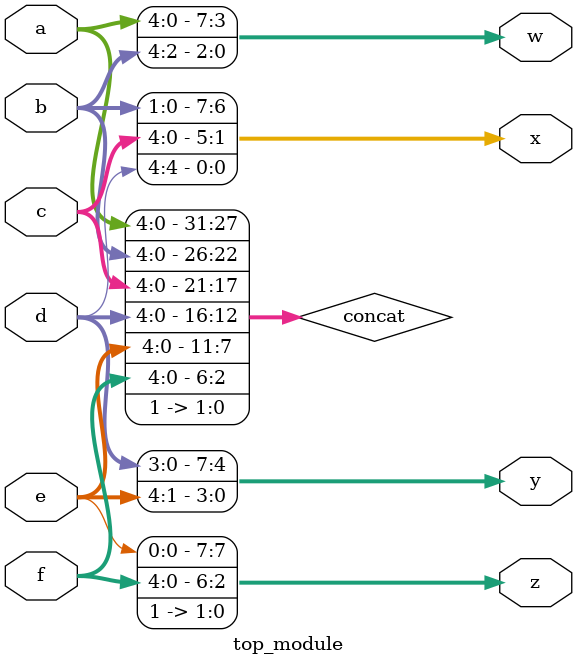
<source format=v>
module top_module (
    input [4:0] a, b, c, d, e, f,
    output [7:0] w, x, y, z );
    wire [31:0] concat;
    assign concat={a,b,c,d,e,f,2'b11};
    assign w=concat[31:24];
    assign x=concat[23:16];
    assign y=concat[15:8];
    assign z=concat[7:0];
endmodule

</source>
